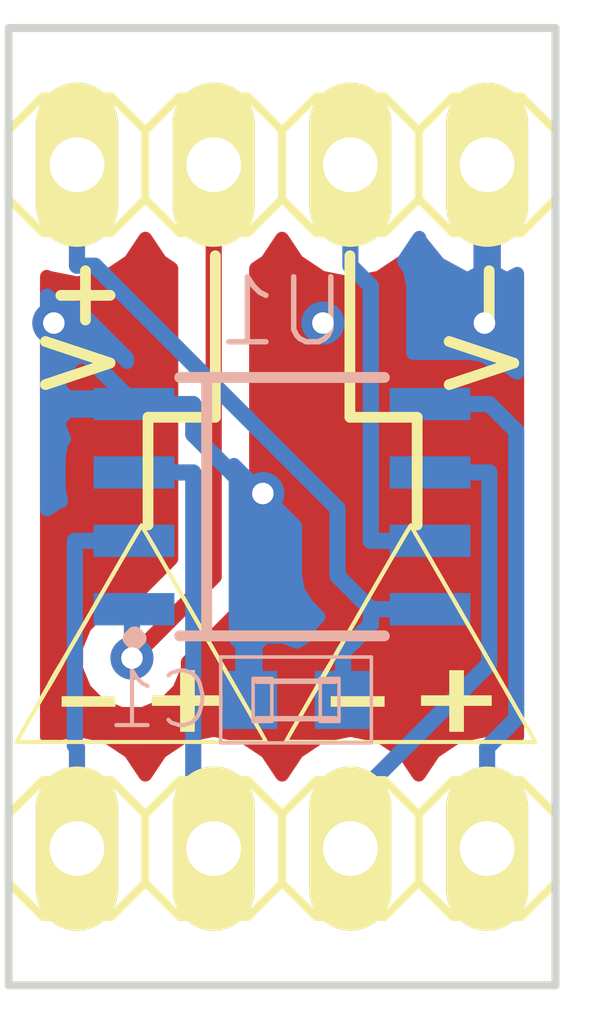
<source format=kicad_pcb>
(kicad_pcb (version 4) (host pcbnew 4.0.1-stable)

  (general
    (links 10)
    (no_connects 0)
    (area 134.281509 95.2786 149.264134 115.4398)
    (thickness 1.6)
    (drawings 13)
    (tracks 54)
    (zones 0)
    (modules 6)
    (nets 9)
  )

  (page A4)
  (title_block
    (title EasyOpAmp)
    (date 2017-12-09)
    (rev v1.0)
    (company Crescent)
  )

  (layers
    (0 F.Cu signal)
    (31 B.Cu signal)
    (32 B.Adhes user)
    (33 F.Adhes user)
    (34 B.Paste user)
    (35 F.Paste user)
    (36 B.SilkS user)
    (37 F.SilkS user)
    (38 B.Mask user)
    (39 F.Mask user)
    (40 Dwgs.User user)
    (41 Cmts.User user)
    (42 Eco1.User user)
    (43 Eco2.User user)
    (44 Edge.Cuts user)
    (45 Margin user)
    (46 B.CrtYd user)
    (47 F.CrtYd user)
    (48 B.Fab user)
    (49 F.Fab user)
  )

  (setup
    (last_trace_width 0.3)
    (trace_clearance 0.2)
    (zone_clearance 0.508)
    (zone_45_only no)
    (trace_min 0.2)
    (segment_width 0.2)
    (edge_width 0.15)
    (via_size 0.8)
    (via_drill 0.4)
    (via_min_size 0.8)
    (via_min_drill 0.3)
    (uvia_size 0.3)
    (uvia_drill 0.1)
    (uvias_allowed no)
    (uvia_min_size 0.2)
    (uvia_min_drill 0.1)
    (pcb_text_width 0.3)
    (pcb_text_size 1.5 1.5)
    (mod_edge_width 0.15)
    (mod_text_size 1 1)
    (mod_text_width 0.15)
    (pad_size 1.524 1.524)
    (pad_drill 0.762)
    (pad_to_mask_clearance 0.2)
    (aux_axis_origin 0 0)
    (visible_elements 7FFFFF7F)
    (pcbplotparams
      (layerselection 0x010fc_80000001)
      (usegerberextensions true)
      (excludeedgelayer true)
      (linewidth 0.050000)
      (plotframeref false)
      (viasonmask false)
      (mode 1)
      (useauxorigin false)
      (hpglpennumber 1)
      (hpglpenspeed 20)
      (hpglpendiameter 15)
      (hpglpenoverlay 2)
      (psnegative false)
      (psa4output false)
      (plotreference true)
      (plotvalue true)
      (plotinvisibletext false)
      (padsonsilk false)
      (subtractmaskfromsilk false)
      (outputformat 1)
      (mirror false)
      (drillshape 0)
      (scaleselection 1)
      (outputdirectory GERBER/))
  )

  (net 0 "")
  (net 1 +V)
  (net 2 -V)
  (net 3 OUTA)
  (net 4 -INA)
  (net 5 +INA)
  (net 6 +INB)
  (net 7 -INB)
  (net 8 OUTB)

  (net_class Default "これは標準のネット クラスです。"
    (clearance 0.2)
    (trace_width 0.3)
    (via_dia 0.8)
    (via_drill 0.4)
    (uvia_dia 0.3)
    (uvia_drill 0.1)
    (add_net +INA)
    (add_net +INB)
    (add_net +V)
    (add_net -INA)
    (add_net -INB)
    (add_net -V)
    (add_net OUTA)
    (add_net OUTB)
  )

  (module OPAMP:opamp2 (layer F.Cu) (tedit 5A2BE0D0) (tstamp 5A2BE050)
    (at 144.75 107.75)
    (fp_text reference G1 (at 0 0) (layer F.SilkS) hide
      (effects (font (thickness 0.3)))
    )
    (fp_text value LOGO (at 0.75 0) (layer F.SilkS) hide
      (effects (font (thickness 0.3)))
    )
    (fp_poly (pts (xy -0.119867 -2.027382) (xy -0.116739 -2.025888) (xy -0.112842 -2.022777) (xy -0.107876 -2.017539)
      (xy -0.10154 -2.009666) (xy -0.093537 -1.998649) (xy -0.083566 -1.98398) (xy -0.071327 -1.965148)
      (xy -0.056522 -1.941646) (xy -0.03885 -1.912965) (xy -0.018013 -1.878596) (xy 0.006289 -1.838031)
      (xy 0.034356 -1.790759) (xy 0.066488 -1.736274) (xy 0.102982 -1.674065) (xy 0.144141 -1.603624)
      (xy 0.190261 -1.524442) (xy 0.241644 -1.436011) (xy 0.298589 -1.337821) (xy 0.361394 -1.229364)
      (xy 0.43036 -1.110132) (xy 0.505786 -0.979614) (xy 0.587972 -0.837303) (xy 0.677217 -0.68269)
      (xy 0.77382 -0.515265) (xy 0.878081 -0.334521) (xy 0.9903 -0.139948) (xy 1.068565 -0.004233)
      (xy 1.197382 0.219204) (xy 1.317838 0.428269) (xy 1.430085 0.623227) (xy 1.534274 0.804343)
      (xy 1.630557 0.971884) (xy 1.719084 1.126114) (xy 1.800007 1.267299) (xy 1.873478 1.395706)
      (xy 1.939648 1.5116) (xy 1.998668 1.615246) (xy 2.05069 1.70691) (xy 2.095864 1.786857)
      (xy 2.134342 1.855355) (xy 2.166276 1.912667) (xy 2.191816 1.95906) (xy 2.211115 1.9948)
      (xy 2.224322 2.020152) (xy 2.231591 2.035381) (xy 2.23323 2.040467) (xy 2.230967 2.061633)
      (xy -0.119224 2.063765) (xy -0.317622 2.063925) (xy -0.511613 2.064041) (xy -0.700515 2.064116)
      (xy -0.883645 2.064149) (xy -1.060321 2.064142) (xy -1.22986 2.064096) (xy -1.391579 2.064012)
      (xy -1.544797 2.063891) (xy -1.68883 2.063734) (xy -1.822996 2.063542) (xy -1.946613 2.063316)
      (xy -2.058997 2.063057) (xy -2.159466 2.062766) (xy -2.247339 2.062444) (xy -2.321932 2.062092)
      (xy -2.382562 2.061711) (xy -2.428548 2.061303) (xy -2.459206 2.060867) (xy -2.473854 2.060406)
      (xy -2.475074 2.060237) (xy -2.4798 2.047887) (xy -2.480733 2.037699) (xy -2.476594 2.027765)
      (xy -2.464619 2.004381) (xy -2.457853 1.991783) (xy -2.385125 1.991783) (xy -2.377075 1.992329)
      (xy -2.352784 1.992862) (xy -2.312942 1.99338) (xy -2.258241 1.993883) (xy -2.189373 1.994367)
      (xy -2.107029 1.99483) (xy -2.011901 1.995272) (xy -1.904681 1.995689) (xy -1.786059 1.996081)
      (xy -1.656728 1.996444) (xy -1.517378 1.996777) (xy -1.368702 1.997079) (xy -1.21139 1.997347)
      (xy -1.046135 1.997578) (xy -0.873628 1.997773) (xy -0.694561 1.997927) (xy -0.509624 1.99804)
      (xy -0.31951 1.998109) (xy -0.12491 1.998133) (xy 2.142662 1.998133) (xy 2.132591 1.979083)
      (xy 2.126725 1.968641) (xy 2.112897 1.944406) (xy 2.091531 1.907113) (xy 2.063053 1.857498)
      (xy 2.027887 1.796299) (xy 1.986458 1.72425) (xy 1.939189 1.642089) (xy 1.886506 1.550552)
      (xy 1.828833 1.450374) (xy 1.766594 1.342292) (xy 1.700214 1.227043) (xy 1.630118 1.105362)
      (xy 1.55673 0.977986) (xy 1.480475 0.845651) (xy 1.401777 0.709094) (xy 1.32106 0.569049)
      (xy 1.238749 0.426255) (xy 1.15527 0.281446) (xy 1.071045 0.135359) (xy 0.9865 -0.011269)
      (xy 0.902059 -0.157702) (xy 0.818148 -0.303205) (xy 0.735189 -0.447041) (xy 0.653608 -0.588473)
      (xy 0.57383 -0.726766) (xy 0.496278 -0.861183) (xy 0.421378 -0.990988) (xy 0.349553 -1.115445)
      (xy 0.281229 -1.233817) (xy 0.21683 -1.345368) (xy 0.15678 -1.449363) (xy 0.101505 -1.545065)
      (xy 0.051427 -1.631737) (xy 0.006973 -1.708643) (xy -0.031434 -1.775048) (xy -0.063368 -1.830215)
      (xy -0.088406 -1.873407) (xy -0.106123 -1.903888) (xy -0.116095 -1.920923) (xy -0.118229 -1.924445)
      (xy -0.122911 -1.91786) (xy -0.135503 -1.897511) (xy -0.155472 -1.864317) (xy -0.182289 -1.819195)
      (xy -0.215422 -1.763061) (xy -0.254341 -1.696834) (xy -0.298515 -1.62143) (xy -0.347412 -1.537767)
      (xy -0.400502 -1.446762) (xy -0.457254 -1.349331) (xy -0.517137 -1.246393) (xy -0.579621 -1.138865)
      (xy -0.644173 -1.027664) (xy -0.710264 -0.913706) (xy -0.777362 -0.79791) (xy -0.844937 -0.681192)
      (xy -0.912458 -0.56447) (xy -0.979393 -0.448661) (xy -1.045212 -0.334683) (xy -1.109385 -0.223452)
      (xy -1.171379 -0.115885) (xy -1.230664 -0.012901) (xy -1.28671 0.084584) (xy -1.338985 0.175653)
      (xy -1.386959 0.259388) (xy -1.4301 0.334873) (xy -1.467878 0.401189) (xy -1.499761 0.457419)
      (xy -1.52522 0.502647) (xy -1.543722 0.535956) (xy -1.554738 0.556427) (xy -1.557642 0.562442)
      (xy -1.564228 0.576053) (xy -1.577883 0.60158) (xy -1.597365 0.636867) (xy -1.621432 0.679757)
      (xy -1.648841 0.728095) (xy -1.678351 0.779725) (xy -1.708719 0.832491) (xy -1.738703 0.884237)
      (xy -1.76706 0.932808) (xy -1.792549 0.976048) (xy -1.813926 1.0118) (xy -1.82995 1.03791)
      (xy -1.839378 1.05222) (xy -1.840954 1.0541) (xy -1.846156 1.062153) (xy -1.858938 1.083372)
      (xy -1.878427 1.116254) (xy -1.903749 1.159291) (xy -1.93403 1.210979) (xy -1.968397 1.269813)
      (xy -2.005976 1.334286) (xy -2.045894 1.402895) (xy -2.087277 1.474133) (xy -2.129252 1.546495)
      (xy -2.170944 1.618476) (xy -2.21148 1.688571) (xy -2.249987 1.755273) (xy -2.285592 1.817079)
      (xy -2.317419 1.872482) (xy -2.344597 1.919977) (xy -2.366251 1.958059) (xy -2.381507 1.985223)
      (xy -2.385125 1.991783) (xy -2.457853 1.991783) (xy -2.445477 1.968741) (xy -2.419835 1.922041)
      (xy -2.388361 1.865473) (xy -2.351723 1.800233) (xy -2.310587 1.727515) (xy -2.265622 1.648513)
      (xy -2.217495 1.564422) (xy -2.1717 1.484806) (xy -2.121358 1.39739) (xy -2.073563 1.314211)
      (xy -2.028982 1.236436) (xy -1.988278 1.165234) (xy -1.952116 1.101774) (xy -1.92116 1.047223)
      (xy -1.896075 1.002749) (xy -1.877526 0.969522) (xy -1.866177 0.948709) (xy -1.862667 0.941527)
      (xy -1.858573 0.931873) (xy -1.847231 0.910122) (xy -1.830055 0.878733) (xy -1.808455 0.84016)
      (xy -1.783845 0.796861) (xy -1.757636 0.751292) (xy -1.73124 0.705908) (xy -1.70607 0.663167)
      (xy -1.683536 0.625524) (xy -1.665053 0.595436) (xy -1.652879 0.576599) (xy -1.645376 0.564457)
      (xy -1.629877 0.538419) (xy -1.606834 0.499266) (xy -1.576699 0.447777) (xy -1.539926 0.384732)
      (xy -1.496966 0.310912) (xy -1.448272 0.227094) (xy -1.394296 0.134061) (xy -1.33549 0.03259)
      (xy -1.272307 -0.076537) (xy -1.205199 -0.192541) (xy -1.134618 -0.314642) (xy -1.061017 -0.442061)
      (xy -0.984849 -0.574017) (xy -0.906565 -0.709732) (xy -0.88425 -0.748434) (xy -0.79158 -0.909158)
      (xy -0.706979 -1.055847) (xy -0.630064 -1.189141) (xy -0.560455 -1.30968) (xy -0.49777 -1.418103)
      (xy -0.441629 -1.515051) (xy -0.39165 -1.601163) (xy -0.347452 -1.67708) (xy -0.308656 -1.743442)
      (xy -0.274878 -1.800888) (xy -0.245739 -1.850058) (xy -0.220857 -1.891593) (xy -0.199852 -1.926132)
      (xy -0.182342 -1.954315) (xy -0.167946 -1.976783) (xy -0.156284 -1.994174) (xy -0.146973 -2.00713)
      (xy -0.139634 -2.016289) (xy -0.133885 -2.022293) (xy -0.129345 -2.02578) (xy -0.125633 -2.027391)
      (xy -0.122523 -2.027767) (xy -0.119867 -2.027382)) (layer F.SilkS) (width 0.01))
    (fp_poly (pts (xy 0.8636 1.1684) (xy 1.380066 1.1684) (xy 1.380066 1.354666) (xy 0.8636 1.354666)
      (xy 0.8636 1.837267) (xy 0.601133 1.837267) (xy 0.601133 1.354666) (xy 0.0762 1.354666)
      (xy 0.0762 1.1684) (xy 0.601133 1.1684) (xy 0.601133 0.702733) (xy 0.8636 0.702733)
      (xy 0.8636 1.1684)) (layer F.SilkS) (width 0.01))
    (fp_poly (pts (xy -0.6096 1.3716) (xy -1.6002 1.3716) (xy -1.6002 1.185333) (xy -0.6096 1.185333)
      (xy -0.6096 1.3716)) (layer F.SilkS) (width 0.01))
  )

  (module generic:generic-SMD1608 (layer B.Cu) (tedit 5A082B96) (tstamp 5A082B16)
    (at 142.5 109 180)
    (descr "1608M 0603")
    (tags "1608M 0603")
    (path /5A08279F)
    (attr smd)
    (fp_text reference C1 (at 2.54 0 180) (layer B.SilkS)
      (effects (font (size 1.016 1.016) (thickness 0.0762)) (justify mirror))
    )
    (fp_text value C (at 2.2479 -1.14046 180) (layer F.SilkS) hide
      (effects (font (size 1.016 1.016) (thickness 0.0762)))
    )
    (fp_line (start -0.79756 -0.39878) (end -0.44958 -0.39878) (layer B.SilkS) (width 0.06604))
    (fp_line (start -0.44958 -0.39878) (end -0.44958 0.39878) (layer B.SilkS) (width 0.06604))
    (fp_line (start -0.79756 0.39878) (end -0.44958 0.39878) (layer B.SilkS) (width 0.06604))
    (fp_line (start -0.79756 -0.39878) (end -0.79756 0.39878) (layer B.SilkS) (width 0.06604))
    (fp_line (start 0.44958 -0.39878) (end 0.79756 -0.39878) (layer B.SilkS) (width 0.06604))
    (fp_line (start 0.79756 -0.39878) (end 0.79756 0.39878) (layer B.SilkS) (width 0.06604))
    (fp_line (start 0.44958 0.39878) (end 0.79756 0.39878) (layer B.SilkS) (width 0.06604))
    (fp_line (start 0.44958 -0.39878) (end 0.44958 0.39878) (layer B.SilkS) (width 0.06604))
    (fp_line (start -1.39954 -0.79756) (end 1.39954 -0.79756) (layer B.SilkS) (width 0.06604))
    (fp_line (start 1.39954 -0.79756) (end 1.39954 0.79756) (layer B.SilkS) (width 0.06604))
    (fp_line (start -1.39954 0.79756) (end 1.39954 0.79756) (layer B.SilkS) (width 0.06604))
    (fp_line (start -1.39954 -0.79756) (end -1.39954 0.79756) (layer B.SilkS) (width 0.06604))
    (fp_line (start -0.7239 0.34798) (end 0.7239 0.34798) (layer B.SilkS) (width 0.1016))
    (fp_line (start 0.7239 -0.34798) (end -0.7239 -0.34798) (layer B.SilkS) (width 0.1016))
    (pad 1 smd rect (at -0.87376 0 180) (size 1.04902 1.0795) (layers B.Cu B.Paste B.Mask)
      (net 1 +V))
    (pad 2 smd rect (at 0.87376 0 180) (size 1.04902 1.0795) (layers B.Cu B.Paste B.Mask)
      (net 2 -V))
  )

  (module pin-head:pinhead-1X04 (layer F.Cu) (tedit 5A082B84) (tstamp 5A082B1E)
    (at 142.24 111.76)
    (descr "PIN HEADER")
    (tags "PIN HEADER")
    (path /5A0829D2)
    (attr virtual)
    (fp_text reference JP1 (at -1.9812 -2.4638) (layer F.SilkS) hide
      (effects (font (size 1.27 1.27) (thickness 0.127)))
    )
    (fp_text value PINHD-1X4 (at -1.27 2.54) (layer F.SilkS) hide
      (effects (font (size 1.27 1.27) (thickness 0.1016)))
    )
    (fp_line (start 1.016 0.254) (end 1.524 0.254) (layer F.SilkS) (width 0.06604))
    (fp_line (start 1.524 0.254) (end 1.524 -0.254) (layer F.SilkS) (width 0.06604))
    (fp_line (start 1.016 -0.254) (end 1.524 -0.254) (layer F.SilkS) (width 0.06604))
    (fp_line (start 1.016 0.254) (end 1.016 -0.254) (layer F.SilkS) (width 0.06604))
    (fp_line (start -1.524 0.254) (end -1.016 0.254) (layer F.SilkS) (width 0.06604))
    (fp_line (start -1.016 0.254) (end -1.016 -0.254) (layer F.SilkS) (width 0.06604))
    (fp_line (start -1.524 -0.254) (end -1.016 -0.254) (layer F.SilkS) (width 0.06604))
    (fp_line (start -1.524 0.254) (end -1.524 -0.254) (layer F.SilkS) (width 0.06604))
    (fp_line (start -4.064 0.254) (end -3.556 0.254) (layer F.SilkS) (width 0.06604))
    (fp_line (start -3.556 0.254) (end -3.556 -0.254) (layer F.SilkS) (width 0.06604))
    (fp_line (start -4.064 -0.254) (end -3.556 -0.254) (layer F.SilkS) (width 0.06604))
    (fp_line (start -4.064 0.254) (end -4.064 -0.254) (layer F.SilkS) (width 0.06604))
    (fp_line (start 3.556 0.254) (end 4.064 0.254) (layer F.SilkS) (width 0.06604))
    (fp_line (start 4.064 0.254) (end 4.064 -0.254) (layer F.SilkS) (width 0.06604))
    (fp_line (start 3.556 -0.254) (end 4.064 -0.254) (layer F.SilkS) (width 0.06604))
    (fp_line (start 3.556 0.254) (end 3.556 -0.254) (layer F.SilkS) (width 0.06604))
    (fp_line (start 0 -0.635) (end 0.635 -1.27) (layer F.SilkS) (width 0.1524))
    (fp_line (start 0.635 -1.27) (end 1.905 -1.27) (layer F.SilkS) (width 0.1524))
    (fp_line (start 1.905 -1.27) (end 2.54 -0.635) (layer F.SilkS) (width 0.1524))
    (fp_line (start 2.54 -0.635) (end 2.54 0.635) (layer F.SilkS) (width 0.1524))
    (fp_line (start 2.54 0.635) (end 1.905 1.27) (layer F.SilkS) (width 0.1524))
    (fp_line (start 1.905 1.27) (end 0.635 1.27) (layer F.SilkS) (width 0.1524))
    (fp_line (start 0.635 1.27) (end 0 0.635) (layer F.SilkS) (width 0.1524))
    (fp_line (start -4.445 -1.27) (end -3.175 -1.27) (layer F.SilkS) (width 0.1524))
    (fp_line (start -3.175 -1.27) (end -2.54 -0.635) (layer F.SilkS) (width 0.1524))
    (fp_line (start -2.54 -0.635) (end -2.54 0.635) (layer F.SilkS) (width 0.1524))
    (fp_line (start -2.54 0.635) (end -3.175 1.27) (layer F.SilkS) (width 0.1524))
    (fp_line (start -2.54 -0.635) (end -1.905 -1.27) (layer F.SilkS) (width 0.1524))
    (fp_line (start -1.905 -1.27) (end -0.635 -1.27) (layer F.SilkS) (width 0.1524))
    (fp_line (start -0.635 -1.27) (end 0 -0.635) (layer F.SilkS) (width 0.1524))
    (fp_line (start 0 -0.635) (end 0 0.635) (layer F.SilkS) (width 0.1524))
    (fp_line (start 0 0.635) (end -0.635 1.27) (layer F.SilkS) (width 0.1524))
    (fp_line (start -0.635 1.27) (end -1.905 1.27) (layer F.SilkS) (width 0.1524))
    (fp_line (start -1.905 1.27) (end -2.54 0.635) (layer F.SilkS) (width 0.1524))
    (fp_line (start -5.08 -0.635) (end -5.08 0.635) (layer F.SilkS) (width 0.1524))
    (fp_line (start -4.445 -1.27) (end -5.08 -0.635) (layer F.SilkS) (width 0.1524))
    (fp_line (start -5.08 0.635) (end -4.445 1.27) (layer F.SilkS) (width 0.1524))
    (fp_line (start -3.175 1.27) (end -4.445 1.27) (layer F.SilkS) (width 0.1524))
    (fp_line (start 3.175 -1.27) (end 4.445 -1.27) (layer F.SilkS) (width 0.1524))
    (fp_line (start 4.445 -1.27) (end 5.08 -0.635) (layer F.SilkS) (width 0.1524))
    (fp_line (start 5.08 -0.635) (end 5.08 0.635) (layer F.SilkS) (width 0.1524))
    (fp_line (start 5.08 0.635) (end 4.445 1.27) (layer F.SilkS) (width 0.1524))
    (fp_line (start 3.175 -1.27) (end 2.54 -0.635) (layer F.SilkS) (width 0.1524))
    (fp_line (start 2.54 0.635) (end 3.175 1.27) (layer F.SilkS) (width 0.1524))
    (fp_line (start 4.445 1.27) (end 3.175 1.27) (layer F.SilkS) (width 0.1524))
    (pad 1 thru_hole oval (at -3.81 0 180) (size 1.524 3.048) (drill 1.016) (layers *.Cu F.Paste F.SilkS F.Mask)
      (net 4 -INA))
    (pad 2 thru_hole oval (at -1.27 0 180) (size 1.524 3.048) (drill 1.016) (layers *.Cu F.Paste F.SilkS F.Mask)
      (net 5 +INA))
    (pad 3 thru_hole oval (at 1.27 0 180) (size 1.524 3.048) (drill 1.016) (layers *.Cu F.Paste F.SilkS F.Mask)
      (net 7 -INB))
    (pad 4 thru_hole oval (at 3.81 0 180) (size 1.524 3.048) (drill 1.016) (layers *.Cu F.Paste F.SilkS F.Mask)
      (net 6 +INB))
  )

  (module pin-head:pinhead-1X04 (layer F.Cu) (tedit 5A082B8A) (tstamp 5A082B26)
    (at 142.24 99.06 180)
    (descr "PIN HEADER")
    (tags "PIN HEADER")
    (path /5A0829F9)
    (attr virtual)
    (fp_text reference JP2 (at -1.9812 -2.4638 180) (layer F.SilkS) hide
      (effects (font (size 1.27 1.27) (thickness 0.127)))
    )
    (fp_text value PINHD-1X4 (at -1.27 2.54 180) (layer F.SilkS) hide
      (effects (font (size 1.27 1.27) (thickness 0.1016)))
    )
    (fp_line (start 1.016 0.254) (end 1.524 0.254) (layer F.SilkS) (width 0.06604))
    (fp_line (start 1.524 0.254) (end 1.524 -0.254) (layer F.SilkS) (width 0.06604))
    (fp_line (start 1.016 -0.254) (end 1.524 -0.254) (layer F.SilkS) (width 0.06604))
    (fp_line (start 1.016 0.254) (end 1.016 -0.254) (layer F.SilkS) (width 0.06604))
    (fp_line (start -1.524 0.254) (end -1.016 0.254) (layer F.SilkS) (width 0.06604))
    (fp_line (start -1.016 0.254) (end -1.016 -0.254) (layer F.SilkS) (width 0.06604))
    (fp_line (start -1.524 -0.254) (end -1.016 -0.254) (layer F.SilkS) (width 0.06604))
    (fp_line (start -1.524 0.254) (end -1.524 -0.254) (layer F.SilkS) (width 0.06604))
    (fp_line (start -4.064 0.254) (end -3.556 0.254) (layer F.SilkS) (width 0.06604))
    (fp_line (start -3.556 0.254) (end -3.556 -0.254) (layer F.SilkS) (width 0.06604))
    (fp_line (start -4.064 -0.254) (end -3.556 -0.254) (layer F.SilkS) (width 0.06604))
    (fp_line (start -4.064 0.254) (end -4.064 -0.254) (layer F.SilkS) (width 0.06604))
    (fp_line (start 3.556 0.254) (end 4.064 0.254) (layer F.SilkS) (width 0.06604))
    (fp_line (start 4.064 0.254) (end 4.064 -0.254) (layer F.SilkS) (width 0.06604))
    (fp_line (start 3.556 -0.254) (end 4.064 -0.254) (layer F.SilkS) (width 0.06604))
    (fp_line (start 3.556 0.254) (end 3.556 -0.254) (layer F.SilkS) (width 0.06604))
    (fp_line (start 0 -0.635) (end 0.635 -1.27) (layer F.SilkS) (width 0.1524))
    (fp_line (start 0.635 -1.27) (end 1.905 -1.27) (layer F.SilkS) (width 0.1524))
    (fp_line (start 1.905 -1.27) (end 2.54 -0.635) (layer F.SilkS) (width 0.1524))
    (fp_line (start 2.54 -0.635) (end 2.54 0.635) (layer F.SilkS) (width 0.1524))
    (fp_line (start 2.54 0.635) (end 1.905 1.27) (layer F.SilkS) (width 0.1524))
    (fp_line (start 1.905 1.27) (end 0.635 1.27) (layer F.SilkS) (width 0.1524))
    (fp_line (start 0.635 1.27) (end 0 0.635) (layer F.SilkS) (width 0.1524))
    (fp_line (start -4.445 -1.27) (end -3.175 -1.27) (layer F.SilkS) (width 0.1524))
    (fp_line (start -3.175 -1.27) (end -2.54 -0.635) (layer F.SilkS) (width 0.1524))
    (fp_line (start -2.54 -0.635) (end -2.54 0.635) (layer F.SilkS) (width 0.1524))
    (fp_line (start -2.54 0.635) (end -3.175 1.27) (layer F.SilkS) (width 0.1524))
    (fp_line (start -2.54 -0.635) (end -1.905 -1.27) (layer F.SilkS) (width 0.1524))
    (fp_line (start -1.905 -1.27) (end -0.635 -1.27) (layer F.SilkS) (width 0.1524))
    (fp_line (start -0.635 -1.27) (end 0 -0.635) (layer F.SilkS) (width 0.1524))
    (fp_line (start 0 -0.635) (end 0 0.635) (layer F.SilkS) (width 0.1524))
    (fp_line (start 0 0.635) (end -0.635 1.27) (layer F.SilkS) (width 0.1524))
    (fp_line (start -0.635 1.27) (end -1.905 1.27) (layer F.SilkS) (width 0.1524))
    (fp_line (start -1.905 1.27) (end -2.54 0.635) (layer F.SilkS) (width 0.1524))
    (fp_line (start -5.08 -0.635) (end -5.08 0.635) (layer F.SilkS) (width 0.1524))
    (fp_line (start -4.445 -1.27) (end -5.08 -0.635) (layer F.SilkS) (width 0.1524))
    (fp_line (start -5.08 0.635) (end -4.445 1.27) (layer F.SilkS) (width 0.1524))
    (fp_line (start -3.175 1.27) (end -4.445 1.27) (layer F.SilkS) (width 0.1524))
    (fp_line (start 3.175 -1.27) (end 4.445 -1.27) (layer F.SilkS) (width 0.1524))
    (fp_line (start 4.445 -1.27) (end 5.08 -0.635) (layer F.SilkS) (width 0.1524))
    (fp_line (start 5.08 -0.635) (end 5.08 0.635) (layer F.SilkS) (width 0.1524))
    (fp_line (start 5.08 0.635) (end 4.445 1.27) (layer F.SilkS) (width 0.1524))
    (fp_line (start 3.175 -1.27) (end 2.54 -0.635) (layer F.SilkS) (width 0.1524))
    (fp_line (start 2.54 0.635) (end 3.175 1.27) (layer F.SilkS) (width 0.1524))
    (fp_line (start 4.445 1.27) (end 3.175 1.27) (layer F.SilkS) (width 0.1524))
    (pad 1 thru_hole oval (at -3.81 0) (size 1.524 3.048) (drill 1.016) (layers *.Cu F.Paste F.SilkS F.Mask)
      (net 2 -V))
    (pad 2 thru_hole oval (at -1.27 0) (size 1.524 3.048) (drill 1.016) (layers *.Cu F.Paste F.SilkS F.Mask)
      (net 8 OUTB))
    (pad 3 thru_hole oval (at 1.27 0) (size 1.524 3.048) (drill 1.016) (layers *.Cu F.Paste F.SilkS F.Mask)
      (net 3 OUTA))
    (pad 4 thru_hole oval (at 3.81 0) (size 1.524 3.048) (drill 1.016) (layers *.Cu F.Paste F.SilkS F.Mask)
      (net 1 +V))
  )

  (module linear:SOIC8 (layer B.Cu) (tedit 5A2BDF7D) (tstamp 5A082B32)
    (at 142.24 105.41 90)
    (descr "<b>SOIC-8</b> CASE 751-07<p>\nSource: http://www.onsemi.com/pub/Collateral/MC34164-D.PDF<p>\n<b>D (R-PDSO-G8)</b>PLATIC SMALL-OUTLINE PACKAGE<br>\nSource: http://focus.ti.com/lit/ds/symlink/tlc27l2.pdf")
    (path /5A07DDB3)
    (fp_text reference U1 (at 2.91 1.26 360) (layer B.SilkS)
      (effects (font (size 1.2065 1.2065) (thickness 0.1016)) (justify left bottom mirror))
    )
    (fp_text value LM358 (at 3.937 -1.905 360) (layer B.SilkS) hide
      (effects (font (size 1.2065 1.2065) (thickness 0.1016)) (justify left bottom mirror))
    )
    (fp_line (start 2.4 1.9) (end 2.4 -1.4) (layer B.SilkS) (width 0.2032))
    (fp_line (start 2.4 -1.4) (end 2.4 -1.9) (layer B.SilkS) (width 0.2032))
    (fp_line (start 2.4 -1.9) (end -2.4 -1.9) (layer Dwgs.User) (width 0.2032))
    (fp_line (start -2.4 -1.9) (end -2.4 -1.4) (layer B.SilkS) (width 0.2032))
    (fp_line (start -2.4 -1.4) (end -2.4 1.9) (layer B.SilkS) (width 0.2032))
    (fp_line (start -2.4 1.9) (end 2.4 1.9) (layer Dwgs.User) (width 0.2032))
    (fp_line (start 2.4 -1.4) (end -2.4 -1.4) (layer B.SilkS) (width 0.2032))
    (fp_poly (pts (xy -2.15 -3.1) (xy -1.66 -3.1) (xy -1.66 -2) (xy -2.15 -2)) (layer Dwgs.User) (width 0))
    (fp_poly (pts (xy -0.88 -3.1) (xy -0.39 -3.1) (xy -0.39 -2) (xy -0.88 -2)) (layer Dwgs.User) (width 0))
    (fp_poly (pts (xy 0.39 -3.1) (xy 0.88 -3.1) (xy 0.88 -2) (xy 0.39 -2)) (layer Dwgs.User) (width 0))
    (fp_poly (pts (xy 1.66 -3.1) (xy 2.15 -3.1) (xy 2.15 -2) (xy 1.66 -2)) (layer Dwgs.User) (width 0))
    (fp_poly (pts (xy 1.66 2) (xy 2.15 2) (xy 2.15 3.1) (xy 1.66 3.1)) (layer Dwgs.User) (width 0))
    (fp_poly (pts (xy 0.39 2) (xy 0.88 2) (xy 0.88 3.1) (xy 0.39 3.1)) (layer Dwgs.User) (width 0))
    (fp_poly (pts (xy -0.88 2) (xy -0.39 2) (xy -0.39 3.1) (xy -0.88 3.1)) (layer Dwgs.User) (width 0))
    (fp_poly (pts (xy -2.15 2) (xy -1.66 2) (xy -1.66 3.1) (xy -2.15 3.1)) (layer Dwgs.User) (width 0))
    (pad 2 smd rect (at -0.635 -2.75 90) (size 0.6 1.5) (layers B.Cu B.Paste B.Mask)
      (net 4 -INA))
    (pad 7 smd rect (at -0.635 2.75 90) (size 0.6 1.5) (layers B.Cu B.Paste B.Mask)
      (net 8 OUTB))
    (pad 1 smd rect (at -1.905 -2.75 90) (size 0.6 1.5) (layers B.Cu B.Paste B.Mask)
      (net 3 OUTA))
    (pad 3 smd rect (at 0.635 -2.75 90) (size 0.6 1.5) (layers B.Cu B.Paste B.Mask)
      (net 5 +INA))
    (pad 4 smd rect (at 1.905 -2.75 90) (size 0.6 1.5) (layers B.Cu B.Paste B.Mask)
      (net 2 -V))
    (pad 8 smd rect (at -1.905 2.75 90) (size 0.6 1.5) (layers B.Cu B.Paste B.Mask)
      (net 1 +V))
    (pad 6 smd rect (at 0.635 2.75 90) (size 0.6 1.5) (layers B.Cu B.Paste B.Mask)
      (net 7 -INB))
    (pad 5 smd rect (at 1.905 2.75 90) (size 0.6 1.5) (layers B.Cu B.Paste B.Mask)
      (net 6 +INB))
  )

  (module OPAMP:opamp2 (layer F.Cu) (tedit 5A2BE0DA) (tstamp 5A083607)
    (at 139.75 107.75)
    (fp_text reference G2 (at 0 0) (layer F.SilkS) hide
      (effects (font (thickness 0.3)))
    )
    (fp_text value LOGO (at 0.75 0) (layer F.SilkS) hide
      (effects (font (thickness 0.3)))
    )
    (fp_poly (pts (xy -0.119867 -2.027382) (xy -0.116739 -2.025888) (xy -0.112842 -2.022777) (xy -0.107876 -2.017539)
      (xy -0.10154 -2.009666) (xy -0.093537 -1.998649) (xy -0.083566 -1.98398) (xy -0.071327 -1.965148)
      (xy -0.056522 -1.941646) (xy -0.03885 -1.912965) (xy -0.018013 -1.878596) (xy 0.006289 -1.838031)
      (xy 0.034356 -1.790759) (xy 0.066488 -1.736274) (xy 0.102982 -1.674065) (xy 0.144141 -1.603624)
      (xy 0.190261 -1.524442) (xy 0.241644 -1.436011) (xy 0.298589 -1.337821) (xy 0.361394 -1.229364)
      (xy 0.43036 -1.110132) (xy 0.505786 -0.979614) (xy 0.587972 -0.837303) (xy 0.677217 -0.68269)
      (xy 0.77382 -0.515265) (xy 0.878081 -0.334521) (xy 0.9903 -0.139948) (xy 1.068565 -0.004233)
      (xy 1.197382 0.219204) (xy 1.317838 0.428269) (xy 1.430085 0.623227) (xy 1.534274 0.804343)
      (xy 1.630557 0.971884) (xy 1.719084 1.126114) (xy 1.800007 1.267299) (xy 1.873478 1.395706)
      (xy 1.939648 1.5116) (xy 1.998668 1.615246) (xy 2.05069 1.70691) (xy 2.095864 1.786857)
      (xy 2.134342 1.855355) (xy 2.166276 1.912667) (xy 2.191816 1.95906) (xy 2.211115 1.9948)
      (xy 2.224322 2.020152) (xy 2.231591 2.035381) (xy 2.23323 2.040467) (xy 2.230967 2.061633)
      (xy -0.119224 2.063765) (xy -0.317622 2.063925) (xy -0.511613 2.064041) (xy -0.700515 2.064116)
      (xy -0.883645 2.064149) (xy -1.060321 2.064142) (xy -1.22986 2.064096) (xy -1.391579 2.064012)
      (xy -1.544797 2.063891) (xy -1.68883 2.063734) (xy -1.822996 2.063542) (xy -1.946613 2.063316)
      (xy -2.058997 2.063057) (xy -2.159466 2.062766) (xy -2.247339 2.062444) (xy -2.321932 2.062092)
      (xy -2.382562 2.061711) (xy -2.428548 2.061303) (xy -2.459206 2.060867) (xy -2.473854 2.060406)
      (xy -2.475074 2.060237) (xy -2.4798 2.047887) (xy -2.480733 2.037699) (xy -2.476594 2.027765)
      (xy -2.464619 2.004381) (xy -2.457853 1.991783) (xy -2.385125 1.991783) (xy -2.377075 1.992329)
      (xy -2.352784 1.992862) (xy -2.312942 1.99338) (xy -2.258241 1.993883) (xy -2.189373 1.994367)
      (xy -2.107029 1.99483) (xy -2.011901 1.995272) (xy -1.904681 1.995689) (xy -1.786059 1.996081)
      (xy -1.656728 1.996444) (xy -1.517378 1.996777) (xy -1.368702 1.997079) (xy -1.21139 1.997347)
      (xy -1.046135 1.997578) (xy -0.873628 1.997773) (xy -0.694561 1.997927) (xy -0.509624 1.99804)
      (xy -0.31951 1.998109) (xy -0.12491 1.998133) (xy 2.142662 1.998133) (xy 2.132591 1.979083)
      (xy 2.126725 1.968641) (xy 2.112897 1.944406) (xy 2.091531 1.907113) (xy 2.063053 1.857498)
      (xy 2.027887 1.796299) (xy 1.986458 1.72425) (xy 1.939189 1.642089) (xy 1.886506 1.550552)
      (xy 1.828833 1.450374) (xy 1.766594 1.342292) (xy 1.700214 1.227043) (xy 1.630118 1.105362)
      (xy 1.55673 0.977986) (xy 1.480475 0.845651) (xy 1.401777 0.709094) (xy 1.32106 0.569049)
      (xy 1.238749 0.426255) (xy 1.15527 0.281446) (xy 1.071045 0.135359) (xy 0.9865 -0.011269)
      (xy 0.902059 -0.157702) (xy 0.818148 -0.303205) (xy 0.735189 -0.447041) (xy 0.653608 -0.588473)
      (xy 0.57383 -0.726766) (xy 0.496278 -0.861183) (xy 0.421378 -0.990988) (xy 0.349553 -1.115445)
      (xy 0.281229 -1.233817) (xy 0.21683 -1.345368) (xy 0.15678 -1.449363) (xy 0.101505 -1.545065)
      (xy 0.051427 -1.631737) (xy 0.006973 -1.708643) (xy -0.031434 -1.775048) (xy -0.063368 -1.830215)
      (xy -0.088406 -1.873407) (xy -0.106123 -1.903888) (xy -0.116095 -1.920923) (xy -0.118229 -1.924445)
      (xy -0.122911 -1.91786) (xy -0.135503 -1.897511) (xy -0.155472 -1.864317) (xy -0.182289 -1.819195)
      (xy -0.215422 -1.763061) (xy -0.254341 -1.696834) (xy -0.298515 -1.62143) (xy -0.347412 -1.537767)
      (xy -0.400502 -1.446762) (xy -0.457254 -1.349331) (xy -0.517137 -1.246393) (xy -0.579621 -1.138865)
      (xy -0.644173 -1.027664) (xy -0.710264 -0.913706) (xy -0.777362 -0.79791) (xy -0.844937 -0.681192)
      (xy -0.912458 -0.56447) (xy -0.979393 -0.448661) (xy -1.045212 -0.334683) (xy -1.109385 -0.223452)
      (xy -1.171379 -0.115885) (xy -1.230664 -0.012901) (xy -1.28671 0.084584) (xy -1.338985 0.175653)
      (xy -1.386959 0.259388) (xy -1.4301 0.334873) (xy -1.467878 0.401189) (xy -1.499761 0.457419)
      (xy -1.52522 0.502647) (xy -1.543722 0.535956) (xy -1.554738 0.556427) (xy -1.557642 0.562442)
      (xy -1.564228 0.576053) (xy -1.577883 0.60158) (xy -1.597365 0.636867) (xy -1.621432 0.679757)
      (xy -1.648841 0.728095) (xy -1.678351 0.779725) (xy -1.708719 0.832491) (xy -1.738703 0.884237)
      (xy -1.76706 0.932808) (xy -1.792549 0.976048) (xy -1.813926 1.0118) (xy -1.82995 1.03791)
      (xy -1.839378 1.05222) (xy -1.840954 1.0541) (xy -1.846156 1.062153) (xy -1.858938 1.083372)
      (xy -1.878427 1.116254) (xy -1.903749 1.159291) (xy -1.93403 1.210979) (xy -1.968397 1.269813)
      (xy -2.005976 1.334286) (xy -2.045894 1.402895) (xy -2.087277 1.474133) (xy -2.129252 1.546495)
      (xy -2.170944 1.618476) (xy -2.21148 1.688571) (xy -2.249987 1.755273) (xy -2.285592 1.817079)
      (xy -2.317419 1.872482) (xy -2.344597 1.919977) (xy -2.366251 1.958059) (xy -2.381507 1.985223)
      (xy -2.385125 1.991783) (xy -2.457853 1.991783) (xy -2.445477 1.968741) (xy -2.419835 1.922041)
      (xy -2.388361 1.865473) (xy -2.351723 1.800233) (xy -2.310587 1.727515) (xy -2.265622 1.648513)
      (xy -2.217495 1.564422) (xy -2.1717 1.484806) (xy -2.121358 1.39739) (xy -2.073563 1.314211)
      (xy -2.028982 1.236436) (xy -1.988278 1.165234) (xy -1.952116 1.101774) (xy -1.92116 1.047223)
      (xy -1.896075 1.002749) (xy -1.877526 0.969522) (xy -1.866177 0.948709) (xy -1.862667 0.941527)
      (xy -1.858573 0.931873) (xy -1.847231 0.910122) (xy -1.830055 0.878733) (xy -1.808455 0.84016)
      (xy -1.783845 0.796861) (xy -1.757636 0.751292) (xy -1.73124 0.705908) (xy -1.70607 0.663167)
      (xy -1.683536 0.625524) (xy -1.665053 0.595436) (xy -1.652879 0.576599) (xy -1.645376 0.564457)
      (xy -1.629877 0.538419) (xy -1.606834 0.499266) (xy -1.576699 0.447777) (xy -1.539926 0.384732)
      (xy -1.496966 0.310912) (xy -1.448272 0.227094) (xy -1.394296 0.134061) (xy -1.33549 0.03259)
      (xy -1.272307 -0.076537) (xy -1.205199 -0.192541) (xy -1.134618 -0.314642) (xy -1.061017 -0.442061)
      (xy -0.984849 -0.574017) (xy -0.906565 -0.709732) (xy -0.88425 -0.748434) (xy -0.79158 -0.909158)
      (xy -0.706979 -1.055847) (xy -0.630064 -1.189141) (xy -0.560455 -1.30968) (xy -0.49777 -1.418103)
      (xy -0.441629 -1.515051) (xy -0.39165 -1.601163) (xy -0.347452 -1.67708) (xy -0.308656 -1.743442)
      (xy -0.274878 -1.800888) (xy -0.245739 -1.850058) (xy -0.220857 -1.891593) (xy -0.199852 -1.926132)
      (xy -0.182342 -1.954315) (xy -0.167946 -1.976783) (xy -0.156284 -1.994174) (xy -0.146973 -2.00713)
      (xy -0.139634 -2.016289) (xy -0.133885 -2.022293) (xy -0.129345 -2.02578) (xy -0.125633 -2.027391)
      (xy -0.122523 -2.027767) (xy -0.119867 -2.027382)) (layer F.SilkS) (width 0.01))
    (fp_poly (pts (xy 0.8636 1.1684) (xy 1.380066 1.1684) (xy 1.380066 1.354666) (xy 0.8636 1.354666)
      (xy 0.8636 1.837267) (xy 0.601133 1.837267) (xy 0.601133 1.354666) (xy 0.0762 1.354666)
      (xy 0.0762 1.1684) (xy 0.601133 1.1684) (xy 0.601133 0.702733) (xy 0.8636 0.702733)
      (xy 0.8636 1.1684)) (layer F.SilkS) (width 0.01))
    (fp_poly (pts (xy -0.6096 1.3716) (xy -1.6002 1.3716) (xy -1.6002 1.185333) (xy -0.6096 1.185333)
      (xy -0.6096 1.3716)) (layer F.SilkS) (width 0.01))
  )

  (gr_text . (at 139.5 107.25) (layer B.SilkS)
    (effects (font (size 1.5 1.5) (thickness 0.3)))
  )
  (gr_text V- (at 146 102 90) (layer F.SilkS)
    (effects (font (size 1.2 1.2) (thickness 0.2)))
  )
  (gr_text V+ (at 138.5 102 90) (layer F.SilkS)
    (effects (font (size 1.2 1.2) (thickness 0.2)))
  )
  (gr_line (start 144.75 103.75) (end 144.75 105.75) (angle 90) (layer F.SilkS) (width 0.2))
  (gr_line (start 143.5 103.75) (end 144.75 103.75) (angle 90) (layer F.SilkS) (width 0.2))
  (gr_line (start 143.5 100.75) (end 143.5 103.75) (angle 90) (layer F.SilkS) (width 0.2))
  (gr_line (start 139.75 103.75) (end 139.75 105.75) (angle 90) (layer F.SilkS) (width 0.2))
  (gr_line (start 141 103.75) (end 139.75 103.75) (angle 90) (layer F.SilkS) (width 0.2))
  (gr_line (start 141 100.75) (end 141 103.75) (angle 90) (layer F.SilkS) (width 0.2))
  (gr_line (start 137.16 114.3) (end 137.16 96.52) (angle 90) (layer Edge.Cuts) (width 0.15))
  (gr_line (start 147.32 114.3) (end 137.16 114.3) (angle 90) (layer Edge.Cuts) (width 0.15))
  (gr_line (start 147.32 96.52) (end 147.32 114.3) (angle 90) (layer Edge.Cuts) (width 0.15))
  (gr_line (start 137.16 96.52) (end 147.32 96.52) (angle 90) (layer Edge.Cuts) (width 0.15))

  (segment (start 143.8897 107.594) (end 143.3738 108.1099) (width 0.3) (layer B.Cu) (net 1))
  (segment (start 143.8897 107.315) (end 143.8897 107.594) (width 0.3) (layer B.Cu) (net 1))
  (segment (start 144.99 107.315) (end 143.8897 107.315) (width 0.3) (layer B.Cu) (net 1))
  (segment (start 143.3738 109) (end 143.3738 108.1099) (width 0.3) (layer B.Cu) (net 1))
  (segment (start 143.2701 106.6954) (end 143.8897 107.315) (width 0.3) (layer B.Cu) (net 1))
  (segment (start 143.2701 105.4437) (end 143.2701 106.6954) (width 0.3) (layer B.Cu) (net 1))
  (segment (start 138.7607 100.9343) (end 143.2701 105.4437) (width 0.3) (layer B.Cu) (net 1))
  (segment (start 138.43 100.9343) (end 138.7607 100.9343) (width 0.3) (layer B.Cu) (net 1))
  (segment (start 138.43 99.06) (end 138.43 100.9343) (width 0.3) (layer B.Cu) (net 1))
  (segment (start 139.49 103.505) (end 139.49 103.49) (width 0.3) (layer B.Cu) (net 2) (status C00000))
  (segment (start 139.49 103.49) (end 138 102) (width 0.3) (layer B.Cu) (net 2) (tstamp 5A2BE154) (status 400000))
  (via (at 138 102) (size 0.8) (drill 0.4) (layers F.Cu B.Cu) (net 2))
  (segment (start 143 102) (end 146 102) (width 0.3) (layer F.Cu) (net 2))
  (segment (start 146.05 101.95) (end 146.05 99.06) (width 0.3) (layer F.Cu) (net 2))
  (via (at 146 102) (size 0.8) (drill 0.4) (layers F.Cu B.Cu) (net 2))
  (segment (start 146.05 101.95) (end 146 102) (width 0.3) (layer F.Cu) (net 2) (tstamp 5A2BE139))
  (via (at 143 102) (size 0.8) (drill 0.4) (layers F.Cu B.Cu) (net 2))
  (via (at 141.8833 105.1659) (size 0.8) (layers F.Cu B.Cu) (net 2))
  (segment (start 139.49 103.505) (end 140.5903 103.505) (width 0.3) (layer B.Cu) (net 2))
  (segment (start 146.05 99.06) (end 146.05 100.9343) (width 0.3) (layer F.Cu) (net 2))
  (segment (start 141.8833 105.101) (end 141.8833 105.1659) (width 0.3) (layer F.Cu) (net 2))
  (segment (start 146.05 100.9343) (end 141.8833 105.101) (width 0.3) (layer F.Cu) (net 2))
  (segment (start 141.6262 109) (end 141.6262 108.1099) (width 0.3) (layer B.Cu) (net 2))
  (segment (start 141.6262 108.1099) (end 141.6262 105.1659) (width 0.3) (layer B.Cu) (net 2))
  (segment (start 141.6262 105.1034) (end 141.6262 105.1659) (width 0.3) (layer B.Cu) (net 2))
  (segment (start 140.5904 104.0676) (end 141.6262 105.1034) (width 0.3) (layer B.Cu) (net 2))
  (segment (start 140.5903 104.0676) (end 140.5904 104.0676) (width 0.3) (layer B.Cu) (net 2))
  (segment (start 140.5903 103.505) (end 140.5903 104.0676) (width 0.3) (layer B.Cu) (net 2))
  (segment (start 141.6262 105.1659) (end 141.8833 105.1659) (width 0.3) (layer B.Cu) (net 2))
  (via (at 139.4516 108.2226) (size 0.8) (layers F.Cu B.Cu) (net 3))
  (segment (start 139.4516 107.3534) (end 139.4516 108.2226) (width 0.3) (layer B.Cu) (net 3))
  (segment (start 139.49 107.315) (end 139.4516 107.3534) (width 0.3) (layer B.Cu) (net 3))
  (segment (start 140.97 106.7042) (end 139.4516 108.2226) (width 0.3) (layer F.Cu) (net 3))
  (segment (start 140.97 99.06) (end 140.97 106.7042) (width 0.3) (layer F.Cu) (net 3))
  (segment (start 138.3897 109.8454) (end 138.43 109.8857) (width 0.3) (layer B.Cu) (net 4))
  (segment (start 138.3897 106.045) (end 138.3897 109.8454) (width 0.3) (layer B.Cu) (net 4))
  (segment (start 139.49 106.045) (end 138.3897 106.045) (width 0.3) (layer B.Cu) (net 4))
  (segment (start 138.43 111.76) (end 138.43 109.8857) (width 0.3) (layer B.Cu) (net 4))
  (segment (start 140.5903 111.3803) (end 140.97 111.76) (width 0.3) (layer B.Cu) (net 5))
  (segment (start 140.5903 104.775) (end 140.5903 111.3803) (width 0.3) (layer B.Cu) (net 5))
  (segment (start 139.49 104.775) (end 140.5903 104.775) (width 0.3) (layer B.Cu) (net 5))
  (segment (start 144.99 103.505) (end 146.0903 103.505) (width 0.3) (layer B.Cu) (net 6))
  (segment (start 146.05 111.76) (end 146.05 109.8857) (width 0.3) (layer B.Cu) (net 6))
  (segment (start 146.5906 104.0053) (end 146.0903 103.505) (width 0.3) (layer B.Cu) (net 6))
  (segment (start 146.5906 109.3451) (end 146.5906 104.0053) (width 0.3) (layer B.Cu) (net 6))
  (segment (start 146.05 109.8857) (end 146.5906 109.3451) (width 0.3) (layer B.Cu) (net 6))
  (segment (start 146.0903 108.3283) (end 146.0903 104.775) (width 0.3) (layer B.Cu) (net 7))
  (segment (start 143.51 110.9086) (end 146.0903 108.3283) (width 0.3) (layer B.Cu) (net 7))
  (segment (start 143.51 111.76) (end 143.51 110.9086) (width 0.3) (layer B.Cu) (net 7))
  (segment (start 144.99 104.775) (end 146.0903 104.775) (width 0.3) (layer B.Cu) (net 7))
  (segment (start 143.8897 101.314) (end 143.51 100.9343) (width 0.3) (layer B.Cu) (net 8))
  (segment (start 143.8897 106.045) (end 143.8897 101.314) (width 0.3) (layer B.Cu) (net 8))
  (segment (start 144.99 106.045) (end 143.8897 106.045) (width 0.3) (layer B.Cu) (net 8))
  (segment (start 143.51 99.06) (end 143.51 100.9343) (width 0.3) (layer B.Cu) (net 8))

  (zone (net 2) (net_name -V) (layer F.Cu) (tstamp 5A2BE11A) (hatch edge 0.508)
    (connect_pads (clearance 0.508))
    (min_thickness 0.254)
    (fill yes (arc_segments 16) (thermal_gap 0.508) (thermal_bridge_width 0.508))
    (polygon
      (pts
        (xy 137 96) (xy 148 96) (xy 148 115) (xy 137 115)
      )
    )
    (filled_polygon
      (pts
        (xy 146.177 98.933) (xy 146.197 98.933) (xy 146.197 99.187) (xy 146.177 99.187) (xy 146.177 101.05372)
        (xy 146.39307 101.17622) (xy 146.467277 101.16126) (xy 146.61 101.083588) (xy 146.61 109.682009) (xy 146.584609 109.665043)
        (xy 146.05 109.558703) (xy 145.515391 109.665043) (xy 145.062172 109.967875) (xy 144.78 110.390174) (xy 144.497828 109.967875)
        (xy 144.044609 109.665043) (xy 143.51 109.558703) (xy 142.975391 109.665043) (xy 142.522172 109.967875) (xy 142.24 110.390174)
        (xy 141.957828 109.967875) (xy 141.504609 109.665043) (xy 140.97 109.558703) (xy 140.435391 109.665043) (xy 139.982172 109.967875)
        (xy 139.7 110.390174) (xy 139.417828 109.967875) (xy 138.964609 109.665043) (xy 138.43 109.558703) (xy 137.895391 109.665043)
        (xy 137.87 109.682009) (xy 137.87 101.137991) (xy 137.895391 101.154957) (xy 138.43 101.261297) (xy 138.964609 101.154957)
        (xy 139.417828 100.852125) (xy 139.7 100.429826) (xy 139.982172 100.852125) (xy 140.185 100.987651) (xy 140.185 106.379042)
        (xy 139.376508 107.187534) (xy 139.246629 107.187421) (xy 138.866085 107.344658) (xy 138.574681 107.635554) (xy 138.41678 108.015823)
        (xy 138.416421 108.427571) (xy 138.573658 108.808115) (xy 138.864554 109.099519) (xy 139.244823 109.25742) (xy 139.656571 109.257779)
        (xy 140.037115 109.100542) (xy 140.328519 108.809646) (xy 140.48642 108.429377) (xy 140.486535 108.297823) (xy 141.525079 107.259279)
        (xy 141.695245 107.004606) (xy 141.755 106.7042) (xy 141.755 100.987651) (xy 141.957828 100.852125) (xy 142.24 100.429826)
        (xy 142.522172 100.852125) (xy 142.975391 101.154957) (xy 143.51 101.261297) (xy 144.044609 101.154957) (xy 144.497828 100.852125)
        (xy 144.790349 100.414338) (xy 144.807941 100.473941) (xy 145.151974 100.89963) (xy 145.632723 101.16126) (xy 145.70693 101.17622)
        (xy 145.923 101.05372) (xy 145.923 99.187) (xy 145.903 99.187) (xy 145.903 98.933) (xy 145.923 98.933)
        (xy 145.923 98.913) (xy 146.177 98.913)
      )
    )
  )
  (zone (net 2) (net_name -V) (layer B.Cu) (tstamp 5A2BE126) (hatch edge 0.508)
    (connect_pads (clearance 0.508))
    (min_thickness 0.254)
    (fill yes (arc_segments 16) (thermal_gap 0.508) (thermal_bridge_width 0.508))
    (polygon
      (pts
        (xy 137 96) (xy 148 96) (xy 148 115) (xy 137 115)
      )
    )
    (filled_polygon
      (pts
        (xy 142.4851 105.768858) (xy 142.4851 106.6954) (xy 142.544855 106.995807) (xy 142.715021 107.250479) (xy 142.919042 107.4545)
        (xy 142.818721 107.554821) (xy 142.648555 107.809493) (xy 142.648555 107.809494) (xy 142.640066 107.852171) (xy 142.613933 107.857088)
        (xy 142.511516 107.922991) (xy 142.510448 107.921923) (xy 142.277059 107.82525) (xy 141.91199 107.82525) (xy 141.75324 107.984)
        (xy 141.75324 108.873) (xy 141.77324 108.873) (xy 141.77324 109.127) (xy 141.75324 109.127) (xy 141.75324 109.147)
        (xy 141.49924 109.147) (xy 141.49924 109.127) (xy 141.47924 109.127) (xy 141.47924 108.873) (xy 141.49924 108.873)
        (xy 141.49924 107.984) (xy 141.3753 107.86006) (xy 141.3753 104.775) (xy 141.346511 104.630269)
      )
    )
    (filled_polygon
      (pts
        (xy 137.874921 101.489379) (xy 138.129594 101.659545) (xy 138.43 101.7193) (xy 138.435542 101.7193) (xy 139.362998 102.646756)
        (xy 139.362998 102.728748) (xy 139.20425 102.57) (xy 138.61369 102.57) (xy 138.380301 102.666673) (xy 138.201673 102.845302)
        (xy 138.105 103.078691) (xy 138.105 103.21925) (xy 138.26375 103.378) (xy 139.363 103.378) (xy 139.363 103.358)
        (xy 139.617 103.358) (xy 139.617 103.378) (xy 139.637 103.378) (xy 139.637 103.632) (xy 139.617 103.632)
        (xy 139.617 103.652) (xy 139.363 103.652) (xy 139.363 103.632) (xy 138.26375 103.632) (xy 138.105 103.79075)
        (xy 138.105 103.931309) (xy 138.194807 104.148121) (xy 138.143569 104.22311) (xy 138.09256 104.475) (xy 138.09256 105.075)
        (xy 138.136835 105.310299) (xy 138.089294 105.319755) (xy 137.87 105.466282) (xy 137.87 101.482014)
      )
    )
    (filled_polygon
      (pts
        (xy 146.177 98.933) (xy 146.197 98.933) (xy 146.197 99.187) (xy 146.177 99.187) (xy 146.177 101.05372)
        (xy 146.39307 101.17622) (xy 146.467277 101.16126) (xy 146.61 101.083588) (xy 146.61 102.926282) (xy 146.390707 102.779755)
        (xy 146.181535 102.738148) (xy 145.99189 102.608569) (xy 145.74 102.55756) (xy 144.6747 102.55756) (xy 144.6747 101.314)
        (xy 144.614945 101.013594) (xy 144.502442 100.84522) (xy 144.790349 100.414338) (xy 144.807941 100.473941) (xy 145.151974 100.89963)
        (xy 145.632723 101.16126) (xy 145.70693 101.17622) (xy 145.923 101.05372) (xy 145.923 99.187) (xy 145.903 99.187)
        (xy 145.903 98.933) (xy 145.923 98.933) (xy 145.923 98.913) (xy 146.177 98.913)
      )
    )
  )
)

</source>
